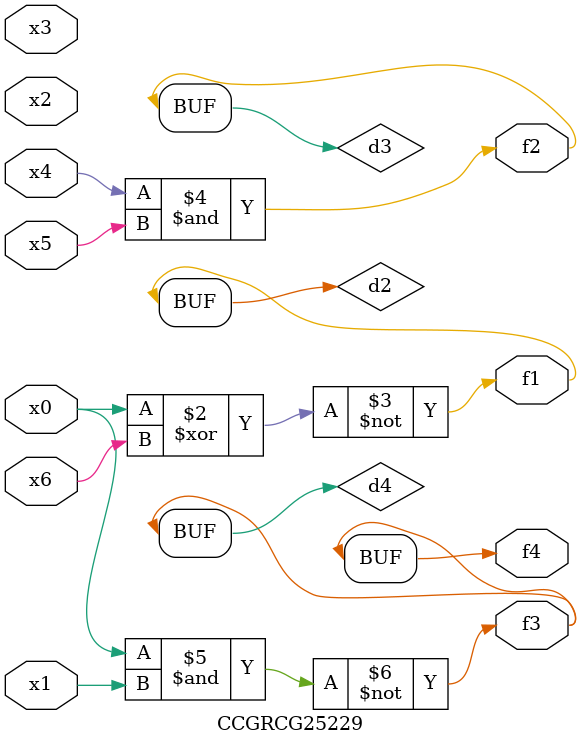
<source format=v>
module CCGRCG25229(
	input x0, x1, x2, x3, x4, x5, x6,
	output f1, f2, f3, f4
);

	wire d1, d2, d3, d4;

	nor (d1, x0);
	xnor (d2, x0, x6);
	and (d3, x4, x5);
	nand (d4, x0, x1);
	assign f1 = d2;
	assign f2 = d3;
	assign f3 = d4;
	assign f4 = d4;
endmodule

</source>
